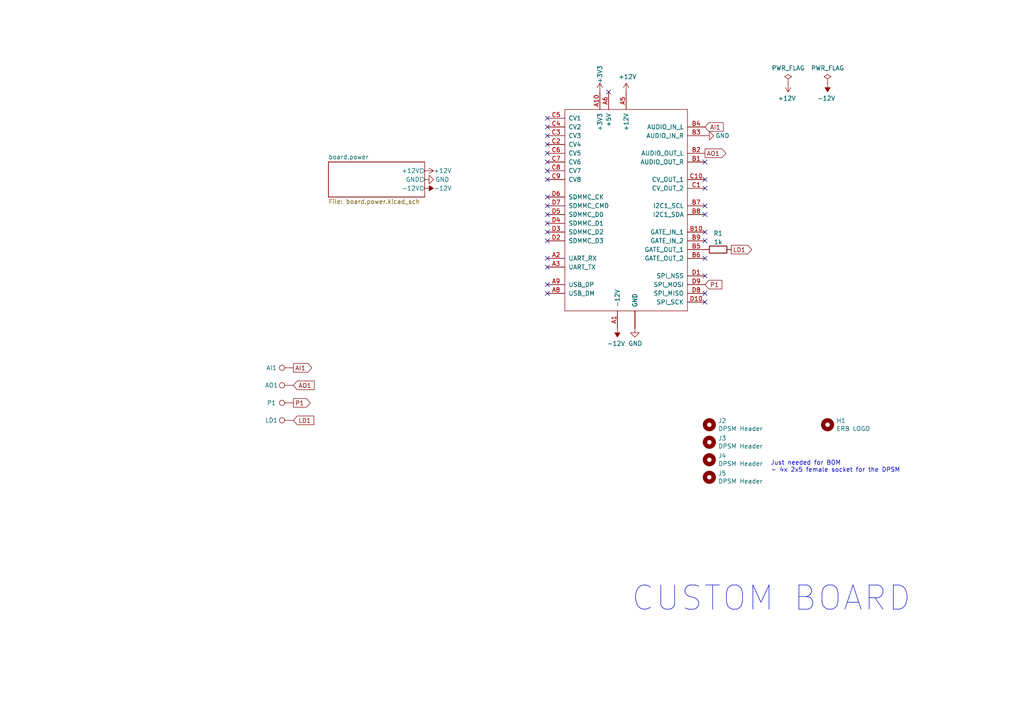
<source format=kicad_sch>
(kicad_sch (version 20211123) (generator eeschema)
  (paper "A4")
  (lib_symbols
    (symbol "Connector:TestPoint" (pin_numbers hide) (pin_names (offset 0.762) hide)
      (property "Reference" "TP" (at 0 6.858 0))
      (property "Value" "TestPoint" (at 0 5.08 0))
      (symbol "TestPoint_0_1"
        (circle (center 0 3.302) (radius 0.762))
      )
      (symbol "TestPoint_1_1"
        (pin passive line (at 0 0 90) (length 2.54) (name "1") (number "1"))
      )
    )
    (symbol "DaisySeed:DaisyPatchSm_Rev1" (pin_names (offset 1.016))
      (symbol "DaisyPatchSm_Rev1_1_0"
        (polyline (pts (xy -17.78 -30.48) (xy 17.78 -30.48)))
        (polyline (pts (xy -17.78 27.94) (xy -17.78 -30.48)))
        (polyline (pts (xy 17.78 -30.48) (xy 17.78 27.94)))
        (polyline (pts (xy 17.78 27.94) (xy -17.78 27.94)))
        (pin bidirectional line (at -2.54 -35.56 90) (length 5.08) (name "-12V") (number "A1"))
        (pin bidirectional line (at -7.62 33.02 270) (length 5.08) (name "+3V3") (number "A10"))
        (pin bidirectional line (at -22.86 -15.24 0) (length 5.08) (name "UART_RX") (number "A2"))
        (pin bidirectional line (at -22.86 -17.78 0) (length 5.08) (name "UART_TX") (number "A3"))
        (pin bidirectional line (at 2.54 -35.56 90) (length 5.08) (name "GND") (number "A4"))
        (pin bidirectional line (at 0 33.02 270) (length 5.08) (name "+12V") (number "A5"))
        (pin bidirectional line (at -5.08 33.02 270) (length 5.08) (name "+5V") (number "A6"))
        (pin bidirectional line (at 2.54 -35.56 90) (length 5.08) (name "GND") (number "A7"))
        (pin bidirectional line (at -22.86 -25.4 0) (length 5.08) (name "USB_DM") (number "A8"))
        (pin bidirectional line (at -22.86 -22.86 0) (length 5.08) (name "USB_DP") (number "A9"))
        (pin bidirectional line (at 22.86 12.7 180) (length 5.08) (name "AUDIO_OUT_R") (number "B1"))
        (pin bidirectional line (at 22.86 -7.62 180) (length 5.08) (name "GATE_IN_1") (number "B10"))
        (pin bidirectional line (at 22.86 15.24 180) (length 5.08) (name "AUDIO_OUT_L") (number "B2"))
        (pin bidirectional line (at 22.86 20.32 180) (length 5.08) (name "AUDIO_IN_R") (number "B3"))
        (pin bidirectional line (at 22.86 22.86 180) (length 5.08) (name "AUDIO_IN_L") (number "B4"))
        (pin bidirectional line (at 22.86 -12.7 180) (length 5.08) (name "GATE_OUT_1") (number "B5"))
        (pin bidirectional line (at 22.86 -15.24 180) (length 5.08) (name "GATE_OUT_2") (number "B6"))
        (pin bidirectional line (at 22.86 0 180) (length 5.08) (name "I2C1_SCL") (number "B7"))
        (pin bidirectional line (at 22.86 -2.54 180) (length 5.08) (name "I2C1_SDA") (number "B8"))
        (pin bidirectional line (at 22.86 -10.16 180) (length 5.08) (name "GATE_IN_2") (number "B9"))
        (pin bidirectional line (at 22.86 5.08 180) (length 5.08) (name "CV_OUT_2") (number "C1"))
        (pin bidirectional line (at 22.86 7.62 180) (length 5.08) (name "CV_OUT_1") (number "C10"))
        (pin bidirectional line (at -22.86 17.78 0) (length 5.08) (name "CV4") (number "C2"))
        (pin bidirectional line (at -22.86 20.32 0) (length 5.08) (name "CV3") (number "C3"))
        (pin bidirectional line (at -22.86 22.86 0) (length 5.08) (name "CV2") (number "C4"))
        (pin bidirectional line (at -22.86 25.4 0) (length 5.08) (name "CV1") (number "C5"))
        (pin bidirectional line (at -22.86 15.24 0) (length 5.08) (name "CV5") (number "C6"))
        (pin bidirectional line (at -22.86 12.7 0) (length 5.08) (name "CV6") (number "C7"))
        (pin bidirectional line (at -22.86 10.16 0) (length 5.08) (name "CV7") (number "C8"))
        (pin bidirectional line (at -22.86 7.62 0) (length 5.08) (name "CV8") (number "C9"))
        (pin bidirectional line (at 22.86 -20.32 180) (length 5.08) (name "SPI_NSS") (number "D1"))
        (pin bidirectional line (at 22.86 -27.94 180) (length 5.08) (name "SPI_SCK") (number "D10"))
        (pin bidirectional line (at -22.86 -10.16 0) (length 5.08) (name "SDMMC_D3") (number "D2"))
        (pin bidirectional line (at -22.86 -7.62 0) (length 5.08) (name "SDMMC_D2") (number "D3"))
        (pin bidirectional line (at -22.86 -5.08 0) (length 5.08) (name "SDMMC_D1") (number "D4"))
        (pin bidirectional line (at -22.86 -2.54 0) (length 5.08) (name "SDMMC_D0") (number "D5"))
        (pin bidirectional line (at -22.86 2.54 0) (length 5.08) (name "SDMMC_CK") (number "D6"))
        (pin bidirectional line (at -22.86 0 0) (length 5.08) (name "SDMMC_CMD") (number "D7"))
        (pin bidirectional line (at 22.86 -25.4 180) (length 5.08) (name "SPI_MISO") (number "D8"))
        (pin bidirectional line (at 22.86 -22.86 180) (length 5.08) (name "SPI_MOSI") (number "D9"))
      )
    )
    (symbol "Device:R" (pin_numbers hide) (pin_names (offset 0))
      (property "Reference" "R" (at 2.032 0 90))
      (property "Value" "R" (at 0 0 90))
      (symbol "R_0_1"
        (rectangle (start -1.016 -2.54) (end 1.016 2.54) (stroke (width 0.254)))
      )
      (symbol "R_1_1"
        (pin passive line (at 0 3.81 270) (length 1.27) (name "~") (number "1"))
        (pin passive line (at 0 -3.81 90) (length 1.27) (name "~") (number "2"))
      )
    )
    (symbol "Mechanical:MountingHole" (pin_names (offset 1.016))
      (property "Reference" "H" (at 0 5.08 0))
      (property "Value" "MountingHole" (at 0 3.175 0))
      (symbol "MountingHole_0_1"
        (circle (center 0 0) (radius 1.27) (stroke (width 1.27)))
      )
    )
    (symbol "power:+12V" (power) (pin_names (offset 0))
      (property "Value" "+12V" (at 0 3.556 0))
      (symbol "+12V_0_1"
        (polyline (pts (xy -0.762 1.27) (xy 0 2.54)))
        (polyline (pts (xy 0 0) (xy 0 2.54)))
        (polyline (pts (xy 0 2.54) (xy 0.762 1.27)))
      )
      (symbol "+12V_1_1"
        (pin power_in line (at 0 0 90) (length 0) hide (name "+12V") (number "1"))
      )
    )
    (symbol "power:+3V3" (power) (pin_names (offset 0))
      (property "Value" "+3V3" (at 0 3.556 0))
      (symbol "+3V3_0_1"
        (polyline (pts (xy -0.762 1.27) (xy 0 2.54)))
        (polyline (pts (xy 0 0) (xy 0 2.54)))
        (polyline (pts (xy 0 2.54) (xy 0.762 1.27)))
      )
      (symbol "+3V3_1_1"
        (pin power_in line (at 0 0 90) (length 0) hide (name "+3V3") (number "1"))
      )
    )
    (symbol "power:-12V" (power) (pin_names (offset 0))
      (property "Value" "-12V" (at 0 3.81 0))
      (symbol "-12V_0_0"
        (pin power_in line (at 0 0 90) (length 0) hide (name "-12V") (number "1"))
      )
      (symbol "-12V_0_1"
        (polyline (pts (xy 0 0) (xy 0 1.27) (xy 0.762 1.27) (xy 0 2.54) (xy -0.762 1.27) (xy 0 1.27)) (fill (type outline)))
      )
    )
    (symbol "power:GND" (power) (pin_names (offset 0))
      (property "Value" "GND" (at 0 -3.81 0))
      (symbol "GND_0_1"
        (polyline (pts (xy 0 0) (xy 0 -1.27) (xy 1.27 -1.27) (xy 0 -2.54) (xy -1.27 -1.27) (xy 0 -1.27)))
      )
      (symbol "GND_1_1"
        (pin power_in line (at 0 0 270) (length 0) hide (name "GND") (number "1"))
      )
    )
    (symbol "power:PWR_FLAG" (power) (pin_numbers hide) (pin_names (offset 0) hide)
      (property "Value" "PWR_FLAG" (at 0 3.81 0))
      (symbol "PWR_FLAG_0_0"
        (pin power_out line (at 0 0 90) (length 0) (name "pwr") (number "1"))
      )
      (symbol "PWR_FLAG_0_1"
        (polyline (pts (xy 0 0) (xy 0 1.27) (xy -1.016 1.905) (xy 0 2.54) (xy 1.016 1.905) (xy 0 1.27)))
      )
    )
  )
  (no_connect (at 158.75 52.07))
  (no_connect (at 158.75 36.83))
  (no_connect (at 158.75 39.37))
  (no_connect (at 158.75 67.31))
  (no_connect (at 204.47 80.01))
  (no_connect (at 158.75 44.45))
  (no_connect (at 158.75 46.99))
  (no_connect (at 204.47 67.31))
  (no_connect (at 158.75 34.29))
  (no_connect (at 204.47 69.85))
  (no_connect (at 158.75 59.69))
  (no_connect (at 204.47 62.23))
  (no_connect (at 204.47 87.63))
  (no_connect (at 204.47 85.09))
  (no_connect (at 176.53 26.67))
  (no_connect (at 158.75 69.85))
  (no_connect (at 204.47 74.93))
  (no_connect (at 204.47 59.69))
  (no_connect (at 158.75 85.09))
  (no_connect (at 158.75 82.55))
  (no_connect (at 204.47 54.61))
  (no_connect (at 158.75 49.53))
  (no_connect (at 158.75 74.93))
  (no_connect (at 158.75 41.91))
  (no_connect (at 158.75 64.77))
  (no_connect (at 204.47 52.07))
  (no_connect (at 158.75 77.47))
  (no_connect (at 204.47 46.99))
  (no_connect (at 158.75 62.23))
  (no_connect (at 158.75 57.15))
  (text "CUSTOM BOARD" (at 182.88 177.8 0) (effects (font (size 7.0104 7.0104)) (justify left bottom)))
  (text "Just needed for BOM\n- 4x 2x5 female socket for the DPSM" (at 223.52 137.16 0) (effects (font (size 1.27 1.27)) (justify left bottom)))
  (global_label "LD1" (shape output) (at 212.09 72.39 0) (property "Intersheet References" "${INTERSHEET_REFS}" (effects hide)))
  (global_label "AO1" (shape input) (at 85.09 111.76 0) (property "Intersheet References" "${INTERSHEET_REFS}" (effects hide)))
  (global_label "AO1" (shape output) (at 204.47 44.45 0) (property "Intersheet References" "${INTERSHEET_REFS}" (effects hide)))
  (global_label "P1" (shape input) (at 204.47 82.55 0) (property "Intersheet References" "${INTERSHEET_REFS}" (effects hide)))
  (global_label "P1" (shape output) (at 85.09 116.84 0) (property "Intersheet References" "${INTERSHEET_REFS}" (effects hide)))
  (global_label "AI1" (shape input) (at 204.47 36.83 0) (property "Intersheet References" "${INTERSHEET_REFS}" (effects hide)))
  (global_label "AI1" (shape output) (at 85.09 106.68 0) (property "Intersheet References" "${INTERSHEET_REFS}" (effects hide)))
  (global_label "LD1" (shape input) (at 85.09 121.92 0) (property "Intersheet References" "${INTERSHEET_REFS}" (effects hide)))
  (symbol (lib_id "DaisySeed:DaisyPatchSm_Rev1") (at 181.61 59.69 0) (unit 1)
    (property "Reference" "A1" (effects hide))
    (property "Value" "DaisyPatchSm_Rev1" (effects hide))
    (property "Footprint" "Socket_DaisyPatchSm:DaisyPatchSm" (effects hide))
    (property "Description" "Daisy Patch Submodule" (effects hide))
    (property "IPN" "ED-DPSM" (effects hide))
  )
  (symbol (lib_id "power:+3V3") (at 173.99 26.67 0) (unit 1)
    (property "Reference" "#PWR0102" (effects hide))
    (property "Value" "+3V3" (at 173.99 21.59 90))
  )
  (symbol (lib_id "power:+12V") (at 181.61 26.67 0) (unit 1)
    (property "Reference" "#PWR0110" (effects hide))
    (property "Value" "+12V" (at 181.991 22.2758 0))
  )
  (symbol (lib_id "power:-12V") (at 179.07 95.25 180) (unit 1)
    (property "Reference" "#PWR0112" (effects hide))
    (property "Value" "-12V" (at 178.689 99.6442 0))
  )
  (symbol (lib_id "power:GND") (at 184.15 95.25 0) (unit 1)
    (property "Reference" "#PWR0113" (effects hide))
    (property "Value" "GND" (at 184.277 99.6442 0))
  )
  (symbol (lib_id "power:PWR_FLAG") (at 228.6 24.13 0) (unit 1)
    (property "Reference" "#FLG0101" (effects hide))
    (property "Value" "PWR_FLAG" (at 228.6 19.7358 0))
  )
  (symbol (lib_id "power:+12V") (at 228.6 24.13 180) (unit 1)
    (property "Reference" "#PWR0103" (effects hide))
    (property "Value" "+12V" (at 228.219 28.5242 0))
  )
  (symbol (lib_id "power:PWR_FLAG") (at 240.03 24.13 0) (unit 1)
    (property "Reference" "#FLG0102" (effects hide))
    (property "Value" "PWR_FLAG" (at 240.03 19.7358 0))
  )
  (symbol (lib_id "power:-12V") (at 240.03 24.13 180) (unit 1)
    (property "Reference" "#PWR0106" (effects hide))
    (property "Value" "-12V" (at 239.649 28.5242 0))
  )
  (symbol (lib_id "power:+12V") (at 123.19 49.53 270) (unit 1)
    (property "Reference" "#PWR0101" (effects hide))
    (property "Value" "+12V" (at 125.73 49.53 90) (effects (justify left)))
  )
  (symbol (lib_id "power:-12V") (at 123.19 54.61 270) (unit 1)
    (property "Reference" "#PWR0104" (effects hide))
    (property "Value" "-12V" (at 125.73 54.61 90) (effects (justify left)))
  )
  (symbol (lib_id "power:GND") (at 123.19 52.07 90) (unit 1)
    (property "Reference" "#PWR0105" (effects hide))
    (property "Value" "GND" (at 128.27 52.07 90))
  )
  (symbol (lib_id "Mechanical:MountingHole") (at 240.03 123.19 0) (unit 1) (in_bom no)
    (property "Reference" "H1" (at 242.57 122.0216 0) (effects (justify left)))
    (property "Value" "ERB LOGO" (at 242.57 124.333 0) (effects (justify left)))
    (property "Footprint" "Logo_Erb:ErbLog.15mm" (effects hide))
  )
  (symbol (lib_id "Mechanical:MountingHole") (at 205.74 123.19 0) (unit 1) (on_board no)
    (property "Reference" "J2" (at 208.28 122.0216 0) (effects (justify left)))
    (property "Value" "DPSM Header" (at 208.28 124.333 0) (effects (justify left)))
    (property "Footprint" "Empty:Empty" (effects hide))
    (property "Device" "Female Socket" (effects hide))
    (property "Description" "CONN HDR 10POS 0.1 GOLD PCB" (effects hide))
    (property "IPN" "S7108" (effects hide))
  )
  (symbol (lib_id "Connector:TestPoint") (at 85.09 106.68 90) (unit 1) (in_bom no)
    (property "Reference" "AI1" (at 78.74 106.68 90))
    (property "Value" "TestPoint" (effects hide))
    (property "Footprint" "TestPoint:TestPoint_Pad_D1.5mm" (effects hide))
  )
  (symbol (lib_id "Connector:TestPoint") (at 85.09 111.76 90) (unit 1) (in_bom no)
    (property "Reference" "AO1" (at 78.74 111.76 90))
    (property "Value" "TestPoint" (effects hide))
    (property "Footprint" "TestPoint:TestPoint_Pad_D1.5mm" (effects hide))
  )
  (symbol (lib_id "Connector:TestPoint") (at 85.09 116.84 90) (unit 1) (in_bom no)
    (property "Reference" "P1" (at 78.74 116.84 90))
    (property "Value" "TestPoint" (effects hide))
    (property "Footprint" "TestPoint:TestPoint_Pad_D1.5mm" (effects hide))
  )
  (symbol (lib_id "power:GND") (at 204.47 39.37 90) (unit 1)
    (property "Reference" "#PWR0107" (effects hide))
    (property "Value" "GND" (at 209.55 39.37 90))
  )
  (symbol (lib_id "Mechanical:MountingHole") (at 205.74 128.27 0) (unit 1) (on_board no)
    (property "Reference" "J3" (at 208.28 127.1016 0) (effects (justify left)))
    (property "Value" "DPSM Header" (at 208.28 129.413 0) (effects (justify left)))
    (property "Footprint" "Empty:Empty" (effects hide))
    (property "Device" "Female Socket" (effects hide))
    (property "Description" "CONN HDR 10POS 0.1 GOLD PCB" (effects hide))
    (property "IPN" "S7108" (effects hide))
  )
  (symbol (lib_id "Mechanical:MountingHole") (at 205.74 133.35 0) (unit 1) (on_board no)
    (property "Reference" "J4" (at 208.28 132.1816 0) (effects (justify left)))
    (property "Value" "DPSM Header" (at 208.28 134.493 0) (effects (justify left)))
    (property "Footprint" "Empty:Empty" (effects hide))
    (property "Device" "Female Socket" (effects hide))
    (property "Description" "CONN HDR 10POS 0.1 GOLD PCB" (effects hide))
    (property "IPN" "S7108" (effects hide))
  )
  (symbol (lib_id "Mechanical:MountingHole") (at 205.74 138.43 0) (unit 1) (on_board no)
    (property "Reference" "J5" (at 208.28 137.2616 0) (effects (justify left)))
    (property "Value" "DPSM Header" (at 208.28 139.573 0) (effects (justify left)))
    (property "Footprint" "Empty:Empty" (effects hide))
    (property "Device" "Female Socket" (effects hide))
    (property "Description" "CONN HDR 10POS 0.1 GOLD PCB" (effects hide))
    (property "IPN" "S7108" (effects hide))
  )
  (symbol (lib_id "Connector:TestPoint") (at 85.09 121.92 90) (unit 1) (in_bom no)
    (property "Reference" "LD1" (at 78.74 121.92 90))
    (property "Value" "TestPoint" (effects hide))
    (property "Footprint" "TestPoint:TestPoint_Pad_D1.5mm" (effects hide))
  )
  (symbol (lib_id "Device:R") (at 208.28 72.39 90) (unit 1)
    (property "Reference" "R1" (at 208.28 67.6742 90))
    (property "Value" "1k" (at 208.28 70.2111 90))
    (property "Footprint" "Resistor_SMD:R_0603_1608Metric" (effects hide))
  )
  (sheet (at 95.25 46.99) (size 27.94 10.16)
    (property "Sheet name" "board.power" (at 95.25 46.2784 0) (effects (justify left bottom)))
    (property "Sheet file" "board.power.kicad_sch" (at 95.25 57.7346 0) (effects (justify left top)))
    (pin "GND" output (at 123.19 52.07 0))
    (pin "-12V" output (at 123.19 54.61 0))
    (pin "+12V" output (at 123.19 49.53 0))
  )
)
</source>
